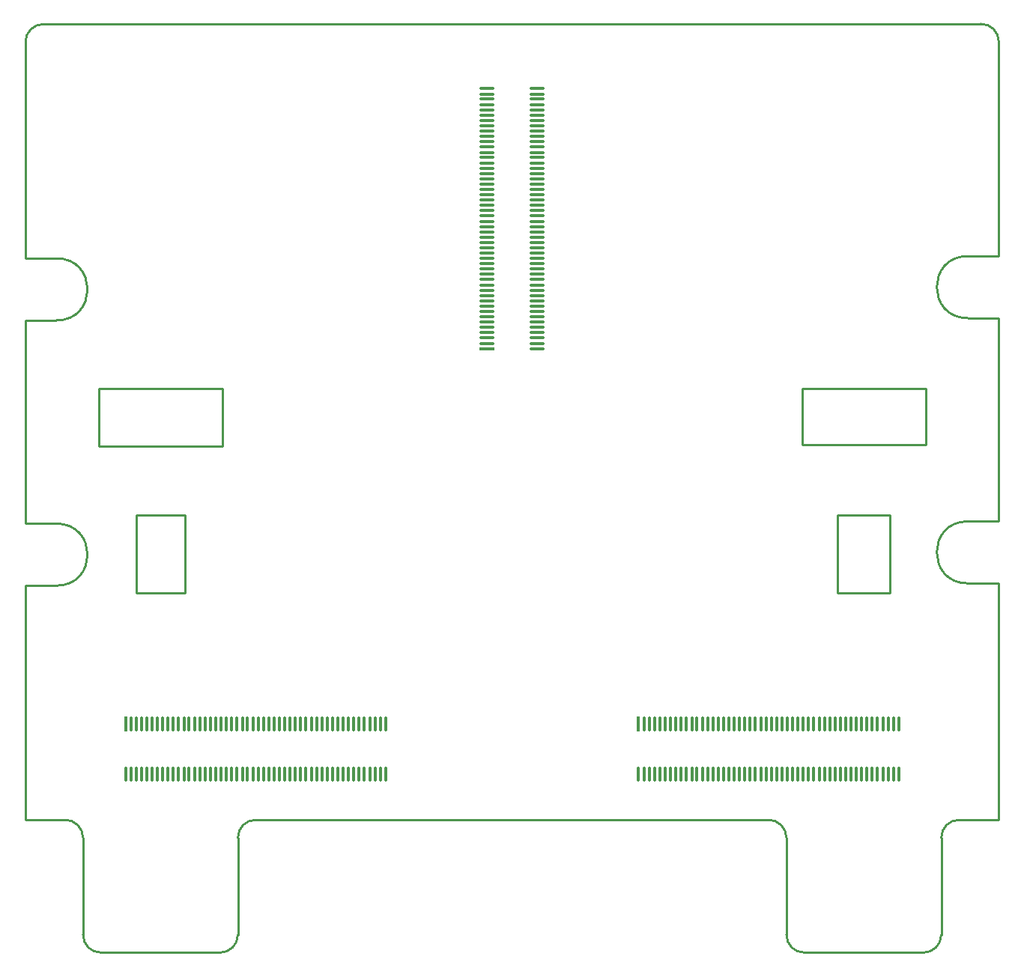
<source format=gtp>
G04 This is an RS-274x file exported by *
G04 gerbv version 2.4.0 *
G04 More information is available about gerbv at *
G04 http://gerbv.gpleda.org/ *
G04 --End of header info--*
%MOIN*%
%FSLAX23Y23*%
%IPPOS*%
%IN "fakeSCROD.pcb"*%
G04 --Define apertures--*
%ADD10C,0.0010*%
%ADD11C,0.0100*%
%ADD12C,0.0236*%
%ADD13R,0.0630X0.0591*%
%ADD14R,0.0138X0.0669*%
%ADD15O,0.0138X0.0669*%
%ADD16R,0.0669X0.0138*%
%ADD17O,0.0669X0.0138*%
%ADD18R,0.0590X0.0850*%
%ADD19R,0.0098X0.0295*%
G04 --Start main section--*
G54D11*
G01X01000Y01000D02*
G01X01177Y01000D01*
G01X01256Y00921D02*
G75*
G03X01177Y01000I-0079J00000D01*
G01X01256Y00921D02*
G01X01256Y00488D01*
G01X01256Y00488D02*
G75*
G03X01335Y00409I00079J00000D01*
G01X01335Y00409D02*
G01X01866Y00409D01*
G01X01866Y00409D02*
G75*
G03X01945Y00488I00000J00079D01*
G01X01945Y00488D02*
G01X01945Y00921D01*
G01X02024Y01000D02*
G75*
G03X01945Y00921I00000J-0079D01*
G01X02024Y01000D02*
G01X04307Y01000D01*
G01X04386Y00921D02*
G75*
G03X04307Y01000I-0079J00000D01*
G01X04386Y00921D02*
G01X04386Y00488D01*
G01X04386Y00488D02*
G75*
G03X04465Y00409I00079J00000D01*
G01X04465Y00409D02*
G01X04996Y00409D01*
G01X04996Y00409D02*
G75*
G03X05075Y00488I00000J00079D01*
G01X05075Y00488D02*
G01X05075Y00921D01*
G01X05154Y01000D02*
G75*
G03X05075Y00921I00000J-0079D01*
G01X05154Y01000D02*
G01X05331Y01000D01*
G01X05331Y01000D02*
G01X05331Y02053D01*
G01X05331Y02053D02*
G01X05193Y02053D01*
G01X05193Y02329D02*
G75*
G03X05193Y02053I00000J-0138D01*
G01X05193Y02329D02*
G01X05331Y02329D01*
G01X05331Y02329D02*
G01X05331Y03234D01*
G01X05331Y03234D02*
G01X05193Y03234D01*
G01X05193Y03510D02*
G75*
G03X05193Y03234I00000J-0138D01*
G01X05193Y03510D02*
G01X05331Y03510D01*
G01X05331Y03510D02*
G01X05331Y04465D01*
G01X05331Y04465D02*
G75*
G03X05252Y04543I-0079J00000D01*
G01X05252Y04543D02*
G01X01079Y04543D01*
G01X01079Y04543D02*
G75*
G03X01000Y04465I00000J-0079D01*
G01X01000Y04465D02*
G01X01000Y03500D01*
G01X01000Y03500D02*
G01X01138Y03500D01*
G01X01138Y03224D02*
G75*
G03X01138Y03500I00000J00138D01*
G01X01138Y03224D02*
G01X01000Y03224D01*
G01X01000Y03224D02*
G01X01000Y02319D01*
G01X01000Y02319D02*
G01X01138Y02319D01*
G01X01138Y02043D02*
G75*
G03X01138Y02319I00000J00138D01*
G01X01138Y02043D02*
G01X01000Y02043D01*
G01X01000Y02043D02*
G01X01000Y01000D01*
G01X01492Y02358D02*
G01X01709Y02358D01*
G01X01709Y02358D02*
G01X01709Y02012D01*
G01X01709Y02012D02*
G01X01492Y02012D01*
G01X01492Y02012D02*
G01X01492Y02358D01*
G01X04612Y02358D02*
G01X04848Y02358D01*
G01X04848Y02358D02*
G01X04848Y02012D01*
G01X04848Y02012D02*
G01X04612Y02012D01*
G01X04612Y02012D02*
G01X04612Y02358D01*
G01X01325Y02919D02*
G01X01876Y02919D01*
G01X01876Y02919D02*
G01X01876Y02663D01*
G01X01876Y02663D02*
G01X01325Y02663D01*
G01X01325Y02663D02*
G01X01325Y02919D01*
G01X04455Y02669D02*
G01X05006Y02669D01*
G01X05006Y02669D02*
G01X05006Y02919D01*
G01X05006Y02919D02*
G01X04455Y02919D01*
G01X04455Y02919D02*
G01X04455Y02669D01*
G54D14*
G01X01445Y01427D03*
G01X03728Y01427D03*
G54D15*
G01X01469Y01427D03*
G01X01492Y01427D03*
G01X01516Y01427D03*
G01X01539Y01427D03*
G01X01563Y01427D03*
G01X01587Y01427D03*
G01X01610Y01427D03*
G01X01634Y01427D03*
G01X01657Y01427D03*
G01X01681Y01427D03*
G01X01705Y01427D03*
G01X01728Y01427D03*
G01X01752Y01427D03*
G01X01776Y01427D03*
G01X01799Y01427D03*
G01X01823Y01427D03*
G01X01846Y01427D03*
G01X01870Y01427D03*
G01X01894Y01427D03*
G01X01917Y01427D03*
G01X01941Y01427D03*
G01X01965Y01427D03*
G01X01988Y01427D03*
G01X02012Y01427D03*
G01X02035Y01427D03*
G01X02059Y01427D03*
G01X02083Y01427D03*
G01X02106Y01427D03*
G01X02130Y01427D03*
G01X02154Y01427D03*
G01X02177Y01427D03*
G01X02201Y01427D03*
G01X02224Y01427D03*
G01X02248Y01427D03*
G01X02272Y01427D03*
G01X02295Y01427D03*
G01X02319Y01427D03*
G01X02343Y01427D03*
G01X02366Y01427D03*
G01X02390Y01427D03*
G01X02413Y01427D03*
G01X02437Y01427D03*
G01X02461Y01427D03*
G01X02484Y01427D03*
G01X02508Y01427D03*
G01X02532Y01427D03*
G01X02555Y01427D03*
G01X02579Y01427D03*
G01X02602Y01427D03*
G01X02602Y01203D03*
G01X02579Y01203D03*
G01X02555Y01203D03*
G01X02532Y01203D03*
G01X02508Y01203D03*
G01X02484Y01203D03*
G01X02461Y01203D03*
G01X02437Y01203D03*
G01X02413Y01203D03*
G01X02390Y01203D03*
G01X02366Y01203D03*
G01X02343Y01203D03*
G01X02319Y01203D03*
G01X02295Y01203D03*
G01X02272Y01203D03*
G01X02248Y01203D03*
G01X02224Y01203D03*
G01X02201Y01203D03*
G01X02177Y01203D03*
G01X02154Y01203D03*
G01X02130Y01203D03*
G01X02106Y01203D03*
G01X02083Y01203D03*
G01X02059Y01203D03*
G01X02035Y01203D03*
G01X02012Y01203D03*
G01X01988Y01203D03*
G01X01965Y01203D03*
G01X01941Y01203D03*
G01X01917Y01203D03*
G01X01894Y01203D03*
G01X01870Y01203D03*
G01X01846Y01203D03*
G01X01823Y01203D03*
G01X01799Y01203D03*
G01X01776Y01203D03*
G01X01752Y01203D03*
G01X01728Y01203D03*
G01X01705Y01203D03*
G01X01681Y01203D03*
G01X01657Y01203D03*
G01X01634Y01203D03*
G01X01610Y01203D03*
G01X01587Y01203D03*
G01X01563Y01203D03*
G01X01539Y01203D03*
G01X01516Y01203D03*
G01X01492Y01203D03*
G01X01469Y01203D03*
G01X01445Y01203D03*
G01X03752Y01427D03*
G01X03776Y01427D03*
G01X03799Y01427D03*
G01X03823Y01427D03*
G01X03846Y01427D03*
G01X03870Y01427D03*
G01X03894Y01427D03*
G01X03917Y01427D03*
G01X03941Y01427D03*
G01X03965Y01427D03*
G01X03988Y01427D03*
G01X04012Y01427D03*
G01X04035Y01427D03*
G01X04059Y01427D03*
G01X04083Y01427D03*
G01X04106Y01427D03*
G01X04130Y01427D03*
G01X04154Y01427D03*
G01X04177Y01427D03*
G01X04201Y01427D03*
G01X04224Y01427D03*
G01X04248Y01427D03*
G01X04272Y01427D03*
G01X04295Y01427D03*
G01X04319Y01427D03*
G01X04343Y01427D03*
G01X04366Y01427D03*
G01X04390Y01427D03*
G01X04413Y01427D03*
G01X04437Y01427D03*
G01X04461Y01427D03*
G01X04484Y01427D03*
G01X04508Y01427D03*
G01X04532Y01427D03*
G01X04555Y01427D03*
G01X04579Y01427D03*
G01X04602Y01427D03*
G01X04626Y01427D03*
G01X04650Y01427D03*
G01X04673Y01427D03*
G01X04697Y01427D03*
G01X04720Y01427D03*
G01X04744Y01427D03*
G01X04768Y01427D03*
G01X04791Y01427D03*
G01X04815Y01427D03*
G01X04839Y01427D03*
G01X04862Y01427D03*
G01X04886Y01427D03*
G01X04886Y01203D03*
G01X04862Y01203D03*
G01X04839Y01203D03*
G01X04815Y01203D03*
G01X04791Y01203D03*
G01X04768Y01203D03*
G01X04744Y01203D03*
G01X04720Y01203D03*
G01X04697Y01203D03*
G01X04673Y01203D03*
G01X04650Y01203D03*
G01X04626Y01203D03*
G01X04602Y01203D03*
G01X04579Y01203D03*
G01X04555Y01203D03*
G01X04532Y01203D03*
G01X04508Y01203D03*
G01X04484Y01203D03*
G01X04461Y01203D03*
G01X04437Y01203D03*
G01X04413Y01203D03*
G01X04390Y01203D03*
G01X04366Y01203D03*
G01X04343Y01203D03*
G01X04319Y01203D03*
G01X04295Y01203D03*
G01X04272Y01203D03*
G01X04248Y01203D03*
G01X04224Y01203D03*
G01X04201Y01203D03*
G01X04177Y01203D03*
G01X04154Y01203D03*
G01X04130Y01203D03*
G01X04106Y01203D03*
G01X04083Y01203D03*
G01X04059Y01203D03*
G01X04035Y01203D03*
G01X04012Y01203D03*
G01X03988Y01203D03*
G01X03965Y01203D03*
G01X03941Y01203D03*
G01X03917Y01203D03*
G01X03894Y01203D03*
G01X03870Y01203D03*
G01X03846Y01203D03*
G01X03823Y01203D03*
G01X03799Y01203D03*
G01X03776Y01203D03*
G01X03752Y01203D03*
G01X03728Y01203D03*
G54D16*
G01X03053Y03098D03*
G54D17*
G01X03053Y03122D03*
G01X03053Y03146D03*
G01X03053Y03169D03*
G01X03053Y03193D03*
G01X03053Y03217D03*
G01X03053Y03240D03*
G01X03053Y03264D03*
G01X03053Y03287D03*
G01X03053Y03311D03*
G01X03053Y03335D03*
G01X03053Y03358D03*
G01X03053Y03382D03*
G01X03053Y03406D03*
G01X03053Y03429D03*
G01X03053Y03453D03*
G01X03053Y03476D03*
G01X03053Y03500D03*
G01X03053Y03524D03*
G01X03053Y03547D03*
G01X03053Y03571D03*
G01X03053Y03594D03*
G01X03053Y03618D03*
G01X03053Y03642D03*
G01X03053Y03665D03*
G01X03053Y03689D03*
G01X03053Y03713D03*
G01X03053Y03736D03*
G01X03053Y03760D03*
G01X03053Y03783D03*
G01X03053Y03807D03*
G01X03053Y03831D03*
G01X03053Y03854D03*
G01X03053Y03878D03*
G01X03053Y03902D03*
G01X03053Y03925D03*
G01X03053Y03949D03*
G01X03053Y03972D03*
G01X03053Y03996D03*
G01X03053Y04020D03*
G01X03053Y04043D03*
G01X03053Y04067D03*
G01X03053Y04091D03*
G01X03053Y04114D03*
G01X03053Y04138D03*
G01X03053Y04161D03*
G01X03053Y04185D03*
G01X03053Y04209D03*
G01X03053Y04232D03*
G01X03053Y04256D03*
G01X03278Y04256D03*
G01X03278Y04232D03*
G01X03278Y04209D03*
G01X03278Y04185D03*
G01X03278Y04161D03*
G01X03278Y04138D03*
G01X03278Y04114D03*
G01X03278Y04091D03*
G01X03278Y04067D03*
G01X03278Y04043D03*
G01X03278Y04020D03*
G01X03278Y03996D03*
G01X03278Y03972D03*
G01X03278Y03949D03*
G01X03278Y03925D03*
G01X03278Y03902D03*
G01X03278Y03878D03*
G01X03278Y03854D03*
G01X03278Y03831D03*
G01X03278Y03807D03*
G01X03278Y03783D03*
G01X03278Y03760D03*
G01X03278Y03736D03*
G01X03278Y03713D03*
G01X03278Y03689D03*
G01X03278Y03665D03*
G01X03278Y03642D03*
G01X03278Y03618D03*
G01X03278Y03594D03*
G01X03278Y03571D03*
G01X03278Y03547D03*
G01X03278Y03524D03*
G01X03278Y03500D03*
G01X03278Y03476D03*
G01X03278Y03453D03*
G01X03278Y03429D03*
G01X03278Y03406D03*
G01X03278Y03382D03*
G01X03278Y03358D03*
G01X03278Y03335D03*
G01X03278Y03311D03*
G01X03278Y03287D03*
G01X03278Y03264D03*
G01X03278Y03240D03*
G01X03278Y03217D03*
G01X03278Y03193D03*
G01X03278Y03169D03*
G01X03278Y03146D03*
G01X03278Y03122D03*
G01X03278Y03098D03*
M02*

</source>
